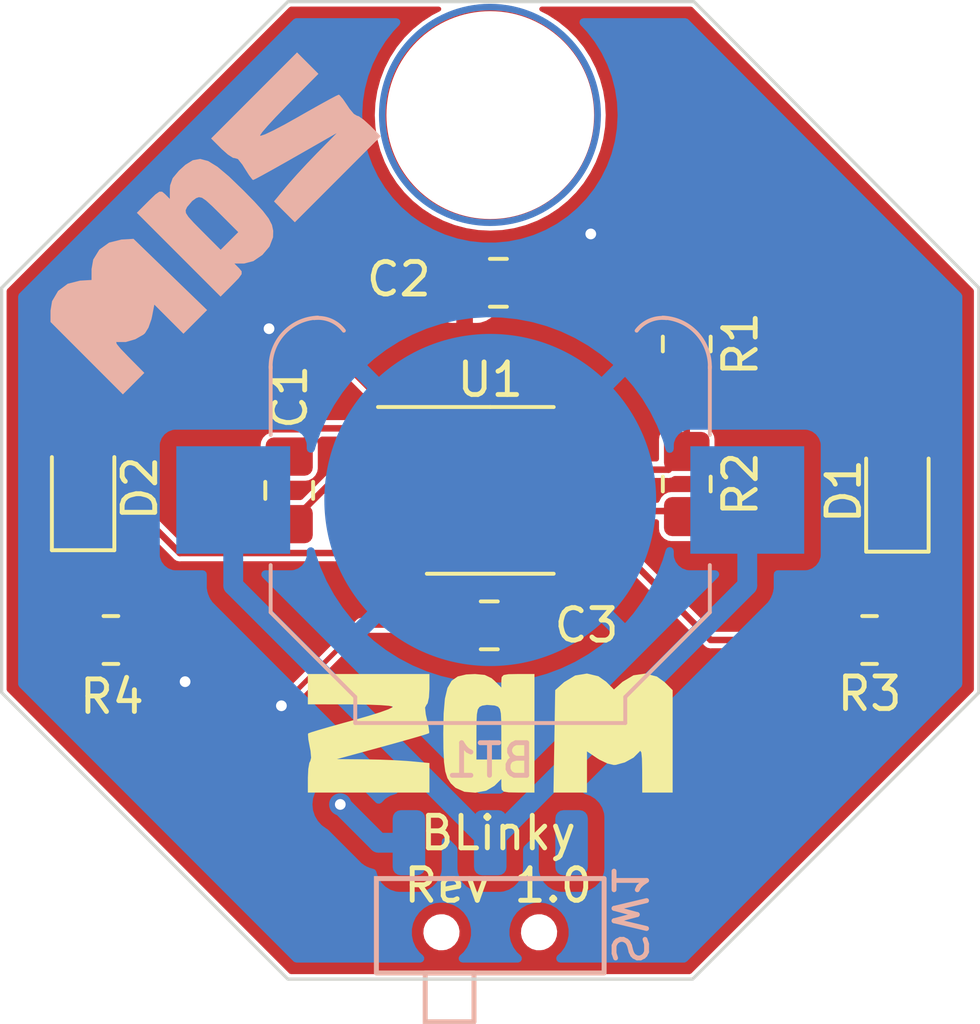
<source format=kicad_pcb>
(kicad_pcb (version 20211014) (generator pcbnew)
  (layers (0 "F.Cu" signal) (31 "B.Cu" signal) (34 "B.Paste" user) (35 "F.Paste" user) (36 "B.SilkS" user "B.Silkscreen") (37 "F.SilkS" user "F.Silkscreen") (38 "B.Mask" user) (39 "F.Mask" user) (44 "Edge.Cuts" user))
  (net 0 "")
  (net 1 "Net-(BT1-Pad1)")
  (net 2 "GND")
  (net 3 "Net-(C1-Pad1)")
  (net 4 "/VCC")
  (net 5 "Net-(C3-Pad1)")
  (net 6 "Net-(D1-Pad1)")
  (net 7 "Net-(D2-Pad1)")
  (net 8 "Net-(D2-Pad2)")
  (net 9 "Net-(R1-Pad2)")
  (footprint "Resistor_SMD:R_0805_2012Metric_Pad1.20x1.40mm_HandSolder" (layer "F.Cu") (at 204.71 58.29 180)
    (fp_text reference "R3" (at 0 -1.65) (layer "F.SilkS"))
    (fp_text value "200Ω")
    (fp_line (start -0.227064 0.735) (end 0.227064 0.735) (layer "F.SilkS") (width 0.12))
    (fp_line (start -0.227064 -0.735) (end 0.227064 -0.735) (layer "F.SilkS") (width 0.12))
    (pad "1" smd roundrect (at -1 0 180) (size 1.2 1.4) (layers "F.Cu" "F.Paste" "F.Mask") (roundrect_rratio 0.2083333333) (net 6 "Net-(D1-Pad1)"))
    (pad "2" smd roundrect (at 1 0 180) (size 1.2 1.4) (layers "F.Cu" "F.Paste" "F.Mask") (roundrect_rratio 0.2083333333) (net 8 "Net-(D2-Pad2)"))
  )
  (footprint "MountingHole:MountingHole_3mm" (layer "F.Cu") (at 193.05 42.17)
    (property "Reference" "H?")
    (property "Value" "MountingHole")
    (fp_text reference "H1" hide)
    (fp_text value "MountingHole")
    (pad "" np_thru_hole circle (at 0 0) (size 3 3) (drill 3) (layers *.Cu *.Mask))
  )
  (footprint "Capacitor_SMD:C_0805_2012Metric_Pad1.18x1.45mm_HandSolder" (layer "F.Cu") (at 186.87 53.695 90)
    (fp_text reference "C1" (at 2.87 0.02 90) (layer "F.SilkS"))
    (fp_text value "300nF")
    (fp_line (start -0.261252 -0.735) (end 0.261252 -0.735) (layer "F.SilkS") (width 0.12))
    (fp_line (start -0.261252 0.735) (end 0.261252 0.735) (layer "F.SilkS") (width 0.12))
    (pad "1" smd roundrect (at -1.0375 0 90) (size 1.175 1.45) (layers "F.Cu" "F.Paste" "F.Mask") (roundrect_rratio 0.2127659574) (net 3 "Net-(C1-Pad1)"))
    (pad "2" smd roundrect (at 1.0375 0 90) (size 1.175 1.45) (layers "F.Cu" "F.Paste" "F.Mask") (roundrect_rratio 0.2127659574) (net 2 "GND"))
  )
  (footprint "Blinky_ZAM:ZAM_LOGO_440" (layer "F.Cu") (at 193.05 61.112866)
    (fp_text reference "LG2" hide)
    (fp_text value "LOGO" hide)
    (fp_poly (pts (xy 3.322904 -1.710049) (xy 3.564177 -1.54073) (xy 3.802242 -1.303459) (xy 4.068682 -1.54073) (xy 4.402958 -1.739053) (xy 4.768241 -1.792194) (xy 5.121251 -1.7005) (xy 5.358375 -1.530513) (xy 5.606689 -1.283026) (xy 5.606689 1.862666) (xy 4.672241 1.862666) (xy 4.669658 1.164166) (xy 4.662819 0.820291) (xy 4.643847 0.630626) (xy 4.610337 0.580323) (xy 4.580486 0.613835) (xy 4.405484 0.78927) (xy 4.139112 0.935464) (xy 3.859551 1.012319) (xy 3.796341 1.016) (xy 3.5984 0.969188) (xy 3.354601 0.852379) (xy 3.282424 0.806884) (xy 2.973245 0.597769) (xy 2.973245 1.862666) (xy 1.94334 1.862666) (xy 1.969831 0.289202) (xy 1.996322 -1.284261) (xy 2.273749 -1.531131) (xy 2.609132 -1.733202) (xy 2.973037 -1.792946)) (layer "F.SilkS") (width 0) (fill solid))
    (fp_poly (pts (xy -1.868896 -1.319389) (xy -1.884286 -1.059875) (xy -1.92388 -0.880191) (xy -1.959908 -0.830542) (xy -2.004486 -0.74643) (xy -1.980759 -0.534015) (xy -1.949003 -0.39691) (xy -1.896092 -0.157784) (xy -1.874563 0.003135) (xy -1.879452 0.038743) (xy -1.968046 0.070611) (xy -2.193277 0.138712) (xy -2.52776 0.235127) (xy -2.944112 0.351932) (xy -3.313266 0.453514) (xy -4.714715 0.836028) (xy -3.865217 0.841949) (xy -3.419006 0.850489) (xy -2.959163 0.868183) (xy -2.562557 0.891795) (xy -2.442307 0.901845) (xy -1.868896 0.955819) (xy -1.868896 1.862666) (xy -5.606688 1.862666) (xy -5.606688 1.401996) (xy -5.594201 1.138407) (xy -5.562085 0.951359) (xy -5.533069 0.895979) (xy -5.506371 0.793553) (xy -5.524167 0.585614) (xy -5.547352 0.467773) (xy -5.591758 0.232944) (xy -5.603659 0.076166) (xy -5.595821 0.045612) (xy -5.504524 0.011219) (xy -5.277477 -0.05861) (xy -4.943064 -0.155583) (xy -4.529671 -0.271407) (xy -4.226654 -0.35434) (xy -3.768957 -0.483779) (xy -3.398593 -0.599063) (xy -3.137018 -0.692761) (xy -3.005692 -0.757443) (xy -2.998795 -0.779531) (xy -3.116269 -0.802447) (xy -3.370726 -0.821963) (xy -3.729262 -0.836479) (xy -4.15897 -0.844397) (xy -4.353678 -0.845371) (xy -5.606688 -0.846667) (xy -5.606688 -1.778) (xy -1.868896 -1.778)) (layer "F.SilkS") (width 0) (fill solid))
    (fp_poly (pts (xy 1.359198 1.862666) (xy 0.849499 1.862666) (xy 0.566931 1.85806) (xy 0.414364 1.833409) (xy 0.35194 1.772462) (xy 0.339804 1.658968) (xy 0.3398 1.654848) (xy 0.3398 1.44703) (xy 0.131287 1.654848) (xy -0.123592 1.804599) (xy -0.45542 1.867215) (xy -0.793478 1.839304) (xy -1.067048 1.717474) (xy -1.073167 1.712617) (xy -1.215101 1.578583) (xy -1.31608 1.422277) (xy -1.382788 1.21364) (xy -1.421905 0.922613) (xy -1.425332 0.846666) (xy -0.424749 0.846666) (xy 0.3398 0.846666) (xy 0.3398 0.043946) (xy 0.337762 -0.329222) (xy 0.3262 -0.566906) (xy 0.296945 -0.702948) (xy 0.241825 -0.771192) (xy 0.152672 -0.805482) (xy 0.133556 -0.810366) (xy -0.102097 -0.829269) (xy -0.248718 -0.806273) (xy -0.331093 -0.766631) (xy -0.382889 -0.688347) (xy -0.411097 -0.537493) (xy -0.422707 -0.28014) (xy -0.424749 0.048038) (xy -0.424749 0.846666) (xy -1.425332 0.846666) (xy -1.440113 0.519139) (xy -1.444147 0.043694) (xy -1.433381 -0.563323) (xy -1.394021 -1.021745) (xy -1.315476 -1.351358) (xy -1.187155 -1.571946) (xy -0.998465 -1.703296) (xy -0.738816 -1.765192) (xy -0.468947 -1.778) (xy -0.170413 -1.750379) (xy 0.040677 -1.649989) (xy 0.131287 -1.570182) (xy 0.3398 -1.362364) (xy 0.3398 -1.570182) (xy 0.351096 -1.685393) (xy 0.411556 -1.747599) (xy 0.561037 -1.773051) (xy 0.839394 -1.777999) (xy 0.849499 -1.778) (xy 1.359198 -1.778)) (layer "F.SilkS") (width 0) (fill solid))
  )
  (footprint "Capacitor_SMD:C_0805_2012Metric_Pad1.18x1.45mm_HandSolder" (layer "F.Cu") (at 193.02 57.84 180)
    (fp_text reference "C3" (at -2.99 0) (layer "F.SilkS"))
    (fp_text value "100nF")
    (fp_line (start -0.261252 -0.735) (end 0.261252 -0.735) (layer "F.SilkS") (width 0.12))
    (fp_line (start -0.261252 0.735) (end 0.261252 0.735) (layer "F.SilkS") (width 0.12))
    (pad "1" smd roundrect (at -1.0375 0 180) (size 1.175 1.45) (layers "F.Cu" "F.Paste" "F.Mask") (roundrect_rratio 0.2127659574) (net 5 "Net-(C3-Pad1)"))
    (pad "2" smd roundrect (at 1.0375 0 180) (size 1.175 1.45) (layers "F.Cu" "F.Paste" "F.Mask") (roundrect_rratio 0.2127659574) (net 2 "GND"))
  )
  (footprint "Resistor_SMD:R_0805_2012Metric_Pad1.20x1.40mm_HandSolder" (layer "F.Cu") (at 199.09 49.2 -90)
    (fp_text reference "R1" (at 0 -1.65 90) (layer "F.SilkS"))
    (fp_text value "10kΩ")
    (fp_line (start -0.227064 0.735) (end 0.227064 0.735) (layer "F.SilkS") (width 0.12))
    (fp_line (start -0.227064 -0.735) (end 0.227064 -0.735) (layer "F.SilkS") (width 0.12))
    (pad "1" smd roundrect (at -1 0 270) (size 1.2 1.4) (layers "F.Cu" "F.Paste" "F.Mask") (roundrect_rratio 0.2083333333) (net 4 "/VCC"))
    (pad "2" smd roundrect (at 1 0 270) (size 1.2 1.4) (layers "F.Cu" "F.Paste" "F.Mask") (roundrect_rratio 0.2083333333) (net 9 "Net-(R1-Pad2)"))
  )
  (footprint "Resistor_SMD:R_0805_2012Metric_Pad1.20x1.40mm_HandSolder" (layer "F.Cu") (at 181.39 58.29)
    (fp_text reference "R4" (at 0.03 1.74) (layer "F.SilkS"))
    (fp_text value "200Ω")
    (fp_line (start -0.227064 -0.735) (end 0.227064 -0.735) (layer "F.SilkS") (width 0.12))
    (fp_line (start -0.227064 0.735) (end 0.227064 0.735) (layer "F.SilkS") (width 0.12))
    (pad "1" smd roundrect (at -1 0) (size 1.2 1.4) (layers "F.Cu" "F.Paste" "F.Mask") (roundrect_rratio 0.2083333333) (net 7 "Net-(D2-Pad1)"))
    (pad "2" smd roundrect (at 1 0) (size 1.2 1.4) (layers "F.Cu" "F.Paste" "F.Mask") (roundrect_rratio 0.2083333333) (net 2 "GND"))
  )
  (footprint "Capacitor_SMD:C_0805_2012Metric_Pad1.18x1.45mm_HandSolder" (layer "F.Cu") (at 193.3 47.32)
    (fp_text reference "C2" (at -3.06 -0.11) (layer "F.SilkS"))
    (fp_text value "100nF")
    (fp_line (start -0.261252 -0.735) (end 0.261252 -0.735) (layer "F.SilkS") (width 0.12))
    (fp_line (start -0.261252 0.735) (end 0.261252 0.735) (layer "F.SilkS") (width 0.12))
    (pad "1" smd roundrect (at -1.0375 0) (size 1.175 1.45) (layers "F.Cu" "F.Paste" "F.Mask") (roundrect_rratio 0.2127659574) (net 4 "/VCC"))
    (pad "2" smd roundrect (at 1.0375 0) (size 1.175 1.45) (layers "F.Cu" "F.Paste" "F.Mask") (roundrect_rratio 0.2127659574) (net 2 "GND"))
  )
  (footprint "LED_SMD:LED_0805_2012Metric_Pad1.15x1.40mm_HandSolder" (layer "F.Cu") (at 180.535 53.6725 90)
    (fp_text reference "D2" (at 0.0425 1.745 90) (layer "F.SilkS"))
    (fp_text value "LED")
    (fp_line (start -1.86 -0.96) (end -1.86 0.96) (layer "F.SilkS") (width 0.12))
    (fp_line (start 1 -0.96) (end -1.86 -0.96) (layer "F.SilkS") (width 0.12))
    (fp_line (start -1.86 0.96) (end 1 0.96) (layer "F.SilkS") (width 0.12))
    (pad "1" smd roundrect (at -1.025 0 90) (size 1.15 1.4) (layers "F.Cu" "F.Paste" "F.Mask") (roundrect_rratio 0.2173913043) (net 7 "Net-(D2-Pad1)"))
    (pad "2" smd roundrect (at 1.025 0 90) (size 1.15 1.4) (layers "F.Cu" "F.Paste" "F.Mask") (roundrect_rratio 0.2173913043) (net 8 "Net-(D2-Pad2)"))
  )
  (footprint "Package_SO:SOIC-8_3.9x4.9mm_P1.27mm" (layer "F.Cu") (at 193.05 53.695)
    (fp_text reference "U1" (at 0 -3.4) (layer "F.SilkS"))
    (fp_text value "TLC551CD‎")
    (fp_line (start 0 2.56) (end 1.95 2.56) (layer "F.SilkS") (width 0.12))
    (fp_line (start 0 -2.56) (end -3.45 -2.56) (layer "F.SilkS") (width 0.12))
    (fp_line (start 0 2.56) (end -1.95 2.56) (layer "F.SilkS") (width 0.12))
    (fp_line (start 0 -2.56) (end 1.95 -2.56) (layer "F.SilkS") (width 0.12))
    (pad "1" smd roundrect (at -2.475 -1.905) (size 1.95 0.6) (layers "F.Cu" "F.Paste" "F.Mask") (net 2 "GND"))
    (pad "2" smd roundrect (at -2.475 -0.635) (size 1.95 0.6) (layers "F.Cu" "F.Paste" "F.Mask") (net 3 "Net-(C1-Pad1)"))
    (pad "3" smd roundrect (at -2.475 0.635) (size 1.95 0.6) (layers "F.Cu" "F.Paste" "F.Mask") (net 8 "Net-(D2-Pad2)"))
    (pad "4" smd roundrect (at -2.475 1.905) (size 1.95 0.6) (layers "F.Cu" "F.Paste" "F.Mask") (net 4 "/VCC"))
    (pad "5" smd roundrect (at 2.475 1.905) (size 1.95 0.6) (layers "F.Cu" "F.Paste" "F.Mask") (net 5 "Net-(C3-Pad1)"))
    (pad "6" smd roundrect (at 2.475 0.635) (size 1.95 0.6) (layers "F.Cu" "F.Paste" "F.Mask") (net 3 "Net-(C1-Pad1)"))
    (pad "7" smd roundrect (at 2.475 -0.635) (size 1.95 0.6) (layers "F.Cu" "F.Paste" "F.Mask") (net 9 "Net-(R1-Pad2)"))
    (pad "8" smd roundrect (at 2.475 -1.905) (size 1.95 0.6) (layers "F.Cu" "F.Paste" "F.Mask") (net 4 "/VCC"))
  )
  (footprint "Resistor_SMD:R_0805_2012Metric_Pad1.20x1.40mm_HandSolder" (layer "F.Cu") (at 199.09 53.5 -90)
    (fp_text reference "R2" (at 0 -1.65 90) (layer "F.SilkS"))
    (fp_text value "1MΩ")
    (fp_line (start -0.227064 -0.735) (end 0.227064 -0.735) (layer "F.SilkS") (width 0.12))
    (fp_line (start -0.227064 0.735) (end 0.227064 0.735) (layer "F.SilkS") (width 0.12))
    (pad "1" smd roundrect (at -1 0 270) (size 1.2 1.4) (layers "F.Cu" "F.Paste" "F.Mask") (roundrect_rratio 0.2083333333) (net 9 "Net-(R1-Pad2)"))
    (pad "2" smd roundrect (at 1 0 270) (size 1.2 1.4) (layers "F.Cu" "F.Paste" "F.Mask") (roundrect_rratio 0.2083333333) (net 3 "Net-(C1-Pad1)"))
  )
  (footprint "LED_SMD:LED_0805_2012Metric_Pad1.15x1.40mm_HandSolder" (layer "F.Cu") (at 205.565 53.7175 90)
    (fp_text reference "D1" (at 0 -1.65 90) (layer "F.SilkS"))
    (fp_text value "LED")
    (fp_line (start -1.86 0.96) (end 1 0.96) (layer "F.SilkS") (width 0.12))
    (fp_line (start 1 -0.96) (end -1.86 -0.96) (layer "F.SilkS") (width 0.12))
    (fp_line (start -1.86 -0.96) (end -1.86 0.96) (layer "F.SilkS") (width 0.12))
    (pad "1" smd roundrect (at -1.025 0 90) (size 1.15 1.4) (layers "F.Cu" "F.Paste" "F.Mask") (roundrect_rratio 0.2173913043) (net 6 "Net-(D1-Pad1)"))
    (pad "2" smd roundrect (at 1.025 0 90) (size 1.15 1.4) (layers "F.Cu" "F.Paste" "F.Mask") (roundrect_rratio 0.2173913043) (net 4 "/VCC"))
  )
  (footprint "Blinky_ZAM:SSK-1202" (layer "B.Cu") (at 193.05 64.516401)
    (property "Reference" "SW?")
    (property "Value" "SW_SPDT")
    (fp_text reference "SW1" (at 4.26 2.2056 270 unlocked) (layer "B.SilkS") (effects (justify mirror)))
    (fp_text value "SW_SPDT")
    (fp_rect (start -3.500001 1.1) (end 3.500001 4) (layer "B.SilkS") (width 0.1524) (fill none))
    (fp_rect (start -2 5.499999) (end -0.5 4) (layer "B.SilkS") (width 0.1524) (fill none))
    (pad "" np_thru_hole circle (at -1.5 2.75) (size 0.8 0.8) (drill 0.8) (layers F&B.Cu *.Mask))
    (pad "" np_thru_hole circle (at 1.5 2.75) (size 0.8 0.8) (drill 0.8) (layers F&B.Cu *.Mask))
    (pad "1" smd roundrect (at -2.5 0) (size 1 2) (layers "B.Cu" "B.Paste" "B.Mask") (net 4 "/VCC"))
    (pad "2" smd roundrect (at 0 0) (size 1 2) (layers "B.Cu" "B.Paste" "B.Mask") (net 1 "Net-(BT1-Pad1)"))
    (pad "3" smd roundrect (at 2.5 0) (size 1 2) (layers "B.Cu" "B.Paste" "B.Mask"))
  )
  (footprint "Blinky_ZAM:ZAM_LOGO_440" (layer "B.Cu") (at 184.404 45.466 -135)
    (property "Reference" "LG?")
    (property "Value" "LOGO")
    (fp_text reference "LG1" hide)
    (fp_text value "LOGO" hide)
    (fp_poly (pts (xy -1.868896 1.319389) (xy -1.884286 1.059875) (xy -1.92388 0.880191) (xy -1.959908 0.830542) (xy -2.004486 0.74643) (xy -1.980759 0.534015) (xy -1.949003 0.39691) (xy -1.896092 0.157784) (xy -1.874563 -0.003135) (xy -1.879452 -0.038743) (xy -1.968046 -0.070611) (xy -2.193277 -0.138712) (xy -2.52776 -0.235127) (xy -2.944112 -0.351932) (xy -3.313266 -0.453514) (xy -4.714715 -0.836028) (xy -3.865217 -0.841949) (xy -3.419006 -0.850489) (xy -2.959163 -0.868183) (xy -2.562557 -0.891795) (xy -2.442307 -0.901845) (xy -1.868896 -0.955819) (xy -1.868896 -1.862666) (xy -5.606688 -1.862666) (xy -5.606688 -1.401996) (xy -5.594201 -1.138407) (xy -5.562085 -0.951359) (xy -5.533069 -0.895979) (xy -5.506371 -0.793553) (xy -5.524167 -0.585614) (xy -5.547352 -0.467773) (xy -5.591758 -0.232944) (xy -5.603659 -0.076166) (xy -5.595821 -0.045612) (xy -5.504524 -0.011219) (xy -5.277477 0.05861) (xy -4.943064 0.155583) (xy -4.529671 0.271407) (xy -4.226654 0.35434) (xy -3.768957 0.483779) (xy -3.398593 0.599063) (xy -3.137018 0.692761) (xy -3.005692 0.757443) (xy -2.998795 0.779531) (xy -3.116269 0.802447) (xy -3.370726 0.821963) (xy -3.729262 0.836479) (xy -4.15897 0.844397) (xy -4.353678 0.845371) (xy -5.606688 0.846667) (xy -5.606688 1.778) (xy -1.868896 1.778)) (layer "B.SilkS") (width 0) (fill solid))
    (fp_poly (pts (xy 3.322904 1.710049) (xy 3.564177 1.54073) (xy 3.802242 1.303459) (xy 4.068682 1.54073) (xy 4.402958 1.739053) (xy 4.768241 1.792194) (xy 5.121251 1.7005) (xy 5.358375 1.530513) (xy 5.606689 1.283026) (xy 5.606689 -1.862666) (xy 4.672241 -1.862666) (xy 4.669658 -1.164166) (xy 4.662819 -0.820291) (xy 4.643847 -0.630626) (xy 4.610337 -0.580323) (xy 4.580486 -0.613835) (xy 4.405484 -0.78927) (xy 4.139112 -0.935464) (xy 3.859551 -1.012319) (xy 3.796341 -1.016) (xy 3.5984 -0.969188) (xy 3.354601 -0.852379) (xy 3.282424 -0.806884) (xy 2.973245 -0.597769) (xy 2.973245 -1.862666) (xy 1.94334 -1.862666) (xy 1.969831 -0.289202) (xy 1.996322 1.284261) (xy 2.273749 1.531131) (xy 2.609132 1.733202) (xy 2.973037 1.792946)) (layer "B.SilkS") (width 0) (fill solid))
    (fp_poly (pts (xy 1.359198 -1.862666) (xy 0.849499 -1.862666) (xy 0.566931 -1.85806) (xy 0.414364 -1.833409) (xy 0.35194 -1.772462) (xy 0.339804 -1.658968) (xy 0.3398 -1.654848) (xy 0.3398 -1.44703) (xy 0.131287 -1.654848) (xy -0.123592 -1.804599) (xy -0.45542 -1.867215) (xy -0.793478 -1.839304) (xy -1.067048 -1.717474) (xy -1.073167 -1.712617) (xy -1.215101 -1.578583) (xy -1.31608 -1.422277) (xy -1.382788 -1.21364) (xy -1.421905 -0.922613) (xy -1.425332 -0.846666) (xy -0.424749 -0.846666) (xy 0.3398 -0.846666) (xy 0.3398 -0.043946) (xy 0.337762 0.329222) (xy 0.3262 0.566906) (xy 0.296945 0.702948) (xy 0.241825 0.771192) (xy 0.152672 0.805482) (xy 0.133556 0.810366) (xy -0.102097 0.829269) (xy -0.248718 0.806273) (xy -0.331093 0.766631) (xy -0.382889 0.688347) (xy -0.411097 0.537493) (xy -0.422707 0.28014) (xy -0.424749 -0.048038) (xy -0.424749 -0.846666) (xy -1.425332 -0.846666) (xy -1.440113 -0.519139) (xy -1.444147 -0.043694) (xy -1.433381 0.563323) (xy -1.394021 1.021745) (xy -1.315476 1.351358) (xy -1.187155 1.571946) (xy -0.998465 1.703296) (xy -0.738816 1.765192) (xy -0.468947 1.778) (xy -0.170413 1.750379) (xy 0.040677 1.649989) (xy 0.131287 1.570182) (xy 0.3398 1.362364) (xy 0.3398 1.570182) (xy 0.351096 1.685393) (xy 0.411556 1.747599) (xy 0.561037 1.773051) (xy 0.839394 1.777999) (xy 0.849499 1.778) (xy 1.359198 1.778)) (layer "B.SilkS") (width 0) (fill solid))
  )
  (footprint "Battery:BatteryHolder_Keystone_3000_1x12mm" (layer "B.Cu") (at 193.05 53.99)
    (fp_text reference "BT1" (at 0 8) (layer "B.SilkS") (effects (justify mirror)))
    (fp_text value "Battery_Cell")
    (fp_line (start 6.75 3.45) (end 6.75 2) (layer "B.SilkS") (width 0.12))
    (fp_line (start -6.75 3.45) (end -4.15 6.05) (layer "B.SilkS") (width 0.12))
    (fp_line (start 4.15 6.85) (end 4.15 6.05) (layer "B.SilkS") (width 0.12))
    (fp_line (start -4.15 6.05) (end -4.15 6.85) (layer "B.SilkS") (width 0.12))
    (fp_line (start -6.75 -2) (end -6.75 -4.1) (layer "B.SilkS") (width 0.12))
    (fp_line (start -6.75 2) (end -6.75 3.45) (layer "B.SilkS") (width 0.12))
    (fp_line (start 4.15 6.05) (end 6.75 3.45) (layer "B.SilkS") (width 0.12))
    (fp_line (start -4.15 6.85) (end 4.15 6.85) (layer "B.SilkS") (width 0.12))
    (fp_line (start 6.75 -2) (end 6.75 -4.1) (layer "B.SilkS") (width 0.12))
    (fp_arc (start 4.5 -5.2) (mid 4.90584 -5.514615) (end 5.414615 -5.58416) (layer "B.SilkS") (width 0.12))
    (fp_arc (start 5.3 -5.6) (mid 6.346016 -5.125305) (end 6.75 -4.05) (layer "B.SilkS") (width 0.12))
    (fp_arc (start -6.75 -4.05) (mid -6.346016 -5.125305) (end -5.3 -5.6) (layer "B.SilkS") (width 0.12))
    (fp_arc (start -5.414615 -5.58416) (mid -4.90584 -5.514615) (end -4.5 -5.2) (layer "B.SilkS") (width 0.12))
    (pad "1" smd rect (at 7.9 0) (size 3.5 3.3) (layers "B.Cu" "B.Paste" "B.Mask") (net 1 "Net-(BT1-Pad1)"))
    (pad "1" smd rect (at -7.9 0) (size 3.5 3.3) (layers "B.Cu" "B.Paste" "B.Mask") (net 1 "Net-(BT1-Pad1)"))
    (pad "2" smd circle (at 0 0) (size 10.2 10.2) (layers "B.Cu" "B.Mask") (net 2 "GND"))
  )
  (gr_circle locked (center 193.050008 42.169994) (end 196.342013 42.169994) (layer "F.Cu") (width 0.2) (fill none))
  (gr_circle locked (center 193.04 42.164) (end 196.351756 42.164) (layer "B.Cu") (width 0.2) (fill none))
  (gr_poly (pts (xy 208.07 47.475) (xy 208.07 59.905) (xy 199.27 68.705) (xy 186.83 68.705) (xy 178.03 59.905) (xy 178.03 47.475) (xy 186.83 38.685) (xy 199.31 38.685)) (layer "Edge.Cuts") (width 0.1) (fill none))
  (gr_text "BLinky\nRev 1.0" (at 193.294 65.024) (layer "F.SilkS") (effects (font (size 1 1))))
  (segment (start 200.95 56.616401) (end 200.95 53.99) (width 0.6096) (layer "B.Cu") (net 1))
  (segment (start 193.05 64.516401) (end 200.95 56.616401) (width 0.6096) (layer "B.Cu") (net 1))
  (segment (start 193.05 64.516401) (end 185.15 56.616401) (width 0.6096) (layer "B.Cu") (net 1))
  (segment (start 185.15 56.616401) (end 185.15 53.99) (width 0.6096) (layer "B.Cu") (net 1))
  (segment (start 194.3375 47.32) (end 194.64 47.32) (width 0.4) (layer "F.Cu") (net 2))
  (segment (start 189.1 57.84) (end 186.63 60.31) (width 0.1524) (layer "F.Cu") (net 2))
  (segment (start 190.575 51.79) (end 187.515 48.73) (width 0.2) (layer "F.Cu") (net 2))
  (segment (start 191.9825 57.84) (end 189.1 57.84) (width 0.1524) (layer "F.Cu") (net 2))
  (segment (start 194.64 47.32) (end 196.14 45.82) (width 0.4) (layer "F.Cu") (net 2))
  (segment (start 187.515 48.73) (end 186.25 48.73) (width 0.2) (layer "F.Cu") (net 2))
  (segment (start 182.39 58.29) (end 183.67 59.57) (width 0.4) (layer "F.Cu") (net 2))
  (segment (start 187.7375 51.79) (end 190.575 51.79) (width 0.2) (layer "F.Cu") (net 2))
  (segment (start 186.87 52.6575) (end 187.7375 51.79) (width 0.2) (layer "F.Cu") (net 2))
  (via (at 196.14 45.82) (size 0.6858) (drill 0.3302) (layers "F.Cu" "B.Cu") (net 2))
  (via (at 186.25 48.73) (size 0.6858) (drill 0.3302) (layers "F.Cu" "B.Cu") (net 2))
  (via (at 183.67 59.57) (size 0.6858) (drill 0.3302) (layers "F.Cu" "B.Cu") (net 2))
  (via (at 186.63 60.31) (size 0.6858) (drill 0.3302) (layers "F.Cu" "B.Cu") (net 2))
  (segment (start 190.575 53.06) (end 188.5425 53.06) (width 0.2) (layer "F.Cu") (net 3))
  (segment (start 198.92 54.33) (end 199.09 54.5) (width 0.2) (layer "F.Cu") (net 3))
  (segment (start 190.575 53.06) (end 191.17452 53.65952) (width 0.2) (layer "F.Cu") (net 3))
  (segment (start 194.85452 53.65952) (end 195.525 54.33) (width 0.2) (layer "F.Cu") (net 3))
  (segment (start 188.5425 53.06) (end 186.87 54.7325) (width 0.2) (layer "F.Cu") (net 3))
  (segment (start 191.17452 53.65952) (end 194.85452 53.65952) (width 0.2) (layer "F.Cu") (net 3))
  (segment (start 195.525 54.33) (end 198.92 54.33) (width 0.2) (layer "F.Cu") (net 3))
  (via (at 188.44 63.34) (size 0.6858) (drill 0.3302) (layers "F.Cu" "B.Cu") (net 4))
  (segment (start 189.616401 64.516401) (end 188.44 63.34) (width 0.6096) (layer "B.Cu") (net 4))
  (segment (start 190.55 64.516401) (end 189.616401 64.516401) (width 0.6096) (layer "B.Cu") (net 4))
  (segment (start 195.525 57.315) (end 195.525 55.6) (width 0.2) (layer "F.Cu") (net 5))
  (segment (start 194.0575 57.84) (end 195 57.84) (width 0.2) (layer "F.Cu") (net 5))
  (segment (start 195 57.84) (end 195.525 57.315) (width 0.2) (layer "F.Cu") (net 5))
  (segment (start 205.565 54.7425) (end 205.565 58.145) (width 0.2) (layer "F.Cu") (net 6))
  (segment (start 205.565 58.145) (end 205.71 58.29) (width 0.2) (layer "F.Cu") (net 6))
  (segment (start 180.535 58.145) (end 180.535 54.6975) (width 0.2) (layer "F.Cu") (net 7))
  (segment (start 180.39 58.29) (end 180.535 58.145) (width 0.2) (layer "F.Cu") (net 7))
  (segment (start 203.71 58.29) (end 199.825717 58.29) (width 0.2) (layer "F.Cu") (net 8))
  (segment (start 196.465717 54.93) (end 191.175 54.93) (width 0.2) (layer "F.Cu") (net 8))
  (segment (start 183.50702 55.61952) (end 188.27048 55.61952) (width 0.2) (layer "F.Cu") (net 8))
  (segment (start 188.27048 55.61952) (end 189.56 54.33) (width 0.2) (layer "F.Cu") (net 8))
  (segment (start 189.56 54.33) (end 190.575 54.33) (width 0.2) (layer "F.Cu") (net 8))
  (segment (start 199.825717 58.29) (end 196.465717 54.93) (width 0.2) (layer "F.Cu") (net 8))
  (segment (start 191.175 54.93) (end 190.575 54.33) (width 0.2) (layer "F.Cu") (net 8))
  (segment (start 180.535 52.6475) (end 183.50702 55.61952) (width 0.2) (layer "F.Cu") (net 8))
  (segment (start 199.09 50.2) (end 199.09 52.5) (width 0.2) (layer "F.Cu") (net 9))
  (segment (start 198.53 53.06) (end 195.525 53.06) (width 0.2) (layer "F.Cu") (net 9))
  (segment (start 199.09 52.5) (end 198.53 53.06) (width 0.2) (layer "F.Cu") (net 9))
  (zone (net 4) (net_name "/VCC") (layer "F.Cu") (connect_pads (clearance 0.1524)) (min_thickness 0.1524) (fill yes (thermal_gap 0.508) (thermal_bridge_width 0.508))
    (polygon (pts (xy 208.07 47.47) (xy 208.07 59.91) (xy 199.26 68.71) (xy 186.83 68.7) (xy 178.03 59.9) (xy 178.03 47.47) (xy 186.83 38.68) (xy 199.31 38.68)))
  )
  (zone (net 2) (net_name "GND") (layer "B.Cu") (connect_pads (clearance 0.508)) (min_thickness 0.254) (fill yes (thermal_gap 0.508) (thermal_bridge_width 0.508))
    (polygon (pts (xy 208.07 47.47) (xy 208.07 59.89) (xy 199.27 68.71) (xy 186.84 68.7) (xy 178.03 59.91) (xy 178.03 47.47) (xy 186.83 38.69) (xy 199.31 38.68)))
  )
)
</source>
